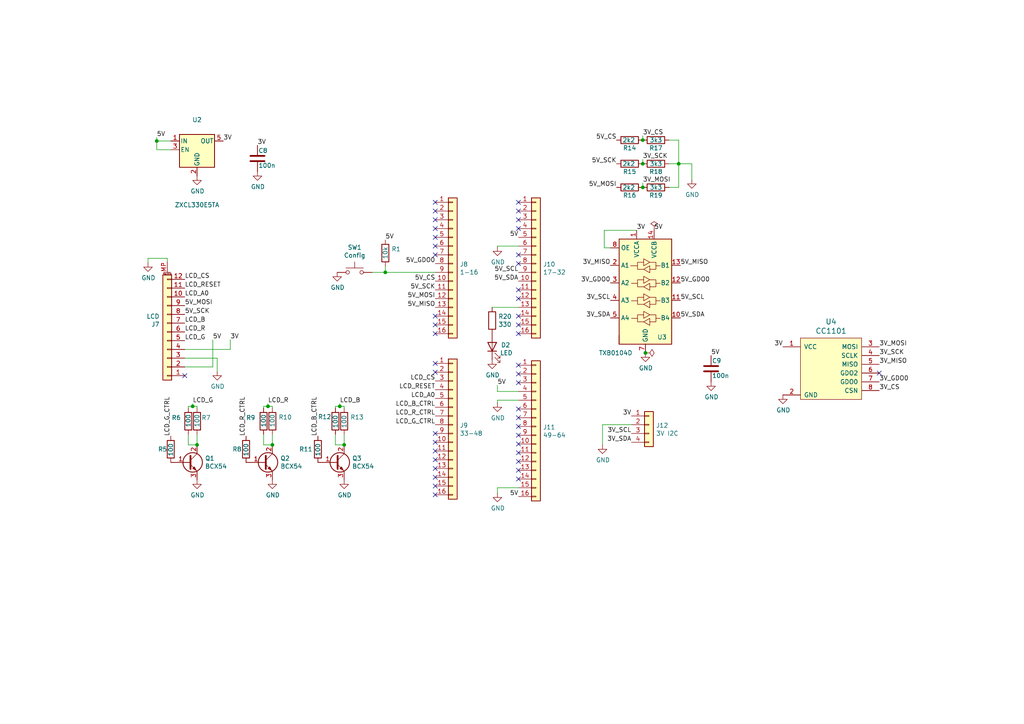
<source format=kicad_sch>
(kicad_sch (version 20231120) (generator "eeschema") (generator_version "8.0")
  (paper "A4")
  (lib_symbols
    (symbol "ATmega128_Breakout_Board_CC1101_HAT-rescue:GND-power" (power) (pin_names (offset 0))
      (property "Value" "power_GND" (at 0 -3.81 0))
      (symbol "GND-power_0_1"
        (polyline (pts (xy 0 0) (xy 0 -1.27) (xy 1.27 -1.27) (xy 0 -2.54) (xy -1.27 -1.27) (xy 0 -1.27)))
      )
      (symbol "GND-power_1_1"
        (pin power_in line (at 0 0 270) (length 0) hide (name "GND") (number "1"))
      )
    )
    (symbol "ATmega128_Breakout_Board_CC1101_HAT-rescue:PWR_FLAG-power" (power) (pin_numbers hide) (pin_names (offset 0) hide)
      (property "Value" "power_PWR_FLAG" (at 0 3.81 0))
      (symbol "PWR_FLAG-power_0_0"
        (pin power_out line (at 0 0 90) (length 0) (name "pwr") (number "1"))
      )
      (symbol "PWR_FLAG-power_0_1"
        (polyline (pts (xy 0 0) (xy 0 1.27) (xy -1.016 1.905) (xy 0 2.54) (xy 1.016 1.905) (xy 0 1.27)))
      )
    )
    (symbol "ATmega128_Breakout_Board_CC1101_HAT-rescue:TXB0104D-Logic_LevelTranslator"
      (property "Reference" "U" (at -6.35 16.51 0))
      (property "Value" "Logic_LevelTranslator_TXB0104D" (at 3.81 16.51 0))
      (symbol "TXB0104D-Logic_LevelTranslator_0_1"
        (rectangle (start -7.62 -15.24) (end -7.62 -12.7) (stroke (width 0.254)))
        (rectangle (start -7.62 15.24) (end 7.62 -15.24) (stroke (width 0.254)) (fill (type background)))
        (polyline (pts (xy -2.286 -7.747) (xy -2.286 -6.731) (xy -0.508 -6.731)))
        (polyline (pts (xy -2.286 -2.667) (xy -2.286 -1.651) (xy -0.508 -1.651)))
        (polyline (pts (xy -2.286 2.413) (xy -2.286 3.429) (xy -0.508 3.429)))
        (polyline (pts (xy -2.286 7.493) (xy -2.286 8.509) (xy -0.508 8.509)))
        (polyline (pts (xy 3.048 -7.747) (xy 3.048 -8.763) (xy 1.27 -8.763)))
        (polyline (pts (xy 3.048 -2.667) (xy 3.048 -3.683) (xy 1.27 -3.683)))
        (polyline (pts (xy 3.048 2.413) (xy 3.048 1.397) (xy 1.27 1.397)))
        (polyline (pts (xy 3.048 7.493) (xy 3.048 6.477) (xy 1.27 6.477)))
        (polyline (pts (xy -0.508 -8.763) (xy -2.286 -8.763) (xy -2.286 -7.747) (xy -4.064 -7.747)))
        (polyline (pts (xy -0.508 -8.763) (xy 1.27 -7.747) (xy 1.27 -9.779) (xy -0.508 -8.763)))
        (polyline (pts (xy -0.508 -3.683) (xy -2.286 -3.683) (xy -2.286 -2.667) (xy -4.064 -2.667)))
        (polyline (pts (xy -0.508 -3.683) (xy 1.27 -2.667) (xy 1.27 -4.699) (xy -0.508 -3.683)))
        (polyline (pts (xy -0.508 1.397) (xy -2.286 1.397) (xy -2.286 2.413) (xy -4.064 2.413)))
        (polyline (pts (xy -0.508 1.397) (xy 1.27 2.413) (xy 1.27 0.381) (xy -0.508 1.397)))
        (polyline (pts (xy -0.508 6.477) (xy -2.286 6.477) (xy -2.286 7.493) (xy -4.318 7.493)))
        (polyline (pts (xy -0.508 6.477) (xy 1.27 7.493) (xy 1.27 5.461) (xy -0.508 6.477)))
        (polyline (pts (xy 1.27 -6.731) (xy -0.508 -7.747) (xy -0.508 -5.715) (xy 1.27 -6.731)))
        (polyline (pts (xy 1.27 -6.731) (xy 3.048 -6.731) (xy 3.048 -7.747) (xy 4.318 -7.747)))
        (polyline (pts (xy 1.27 -1.651) (xy -0.508 -2.667) (xy -0.508 -0.635) (xy 1.27 -1.651)))
        (polyline (pts (xy 1.27 -1.651) (xy 3.048 -1.651) (xy 3.048 -2.667) (xy 4.318 -2.667)))
        (polyline (pts (xy 1.27 3.429) (xy -0.508 2.413) (xy -0.508 4.445) (xy 1.27 3.429)))
        (polyline (pts (xy 1.27 3.429) (xy 3.048 3.429) (xy 3.048 2.413) (xy 4.318 2.413)))
        (polyline (pts (xy 1.27 8.509) (xy -0.508 7.493) (xy -0.508 9.525) (xy 1.27 8.509)))
        (polyline (pts (xy 1.27 8.509) (xy 3.048 8.509) (xy 3.048 7.493) (xy 4.318 7.493)))
      )
      (symbol "TXB0104D-Logic_LevelTranslator_1_1"
        (pin power_in line (at -2.54 17.78 270) (length 2.54) (name "VCCA") (number "1"))
        (pin bidirectional line (at 10.16 -7.62 180) (length 2.54) (name "B4") (number "10"))
        (pin bidirectional line (at 10.16 -2.54 180) (length 2.54) (name "B3") (number "11"))
        (pin bidirectional line (at 10.16 2.54 180) (length 2.54) (name "B2") (number "12"))
        (pin bidirectional line (at 10.16 7.62 180) (length 2.54) (name "B1") (number "13"))
        (pin power_in line (at 2.54 17.78 270) (length 2.54) (name "VCCB") (number "14"))
        (pin bidirectional line (at -10.16 7.62 0) (length 2.54) (name "A1") (number "2"))
        (pin bidirectional line (at -10.16 2.54 0) (length 2.54) (name "A2") (number "3"))
        (pin bidirectional line (at -10.16 -2.54 0) (length 2.54) (name "A3") (number "4"))
        (pin bidirectional line (at -10.16 -7.62 0) (length 2.54) (name "A4") (number "5"))
        (pin no_connect line (at -10.16 -12.7 0) (length 2.54) hide (name "NC") (number "6"))
        (pin power_in line (at 0 -17.78 90) (length 2.54) (name "GND") (number "7"))
        (pin input line (at -10.16 12.7 0) (length 2.54) (name "OE") (number "8"))
        (pin no_connect line (at 10.16 -12.7 180) (length 2.54) hide (name "NC") (number "9"))
      )
    )
    (symbol "Connector_Generic:Conn_01x04" (pin_names (offset 1.016) hide)
      (property "Reference" "J" (at 0 5.08 0))
      (property "Value" "Conn_01x04" (at 0 -7.62 0))
      (symbol "Conn_01x04_1_1"
        (rectangle (start -1.27 -4.953) (end 0 -5.207) (stroke (width 0.1524)))
        (rectangle (start -1.27 -2.413) (end 0 -2.667) (stroke (width 0.1524)))
        (rectangle (start -1.27 0.127) (end 0 -0.127) (stroke (width 0.1524)))
        (rectangle (start -1.27 2.667) (end 0 2.413) (stroke (width 0.1524)))
        (rectangle (start -1.27 3.81) (end 1.27 -6.35) (stroke (width 0.254)) (fill (type background)))
        (pin passive line (at -5.08 2.54 0) (length 3.81) (name "Pin_1") (number "1"))
        (pin passive line (at -5.08 0 0) (length 3.81) (name "Pin_2") (number "2"))
        (pin passive line (at -5.08 -2.54 0) (length 3.81) (name "Pin_3") (number "3"))
        (pin passive line (at -5.08 -5.08 0) (length 3.81) (name "Pin_4") (number "4"))
      )
    )
    (symbol "Connector_Generic:Conn_01x16" (pin_names (offset 1.016) hide)
      (property "Reference" "J" (at 0 20.32 0))
      (property "Value" "Conn_01x16" (at 0 -22.86 0))
      (symbol "Conn_01x16_1_1"
        (rectangle (start -1.27 -20.193) (end 0 -20.447) (stroke (width 0.1524)))
        (rectangle (start -1.27 -17.653) (end 0 -17.907) (stroke (width 0.1524)))
        (rectangle (start -1.27 -15.113) (end 0 -15.367) (stroke (width 0.1524)))
        (rectangle (start -1.27 -12.573) (end 0 -12.827) (stroke (width 0.1524)))
        (rectangle (start -1.27 -10.033) (end 0 -10.287) (stroke (width 0.1524)))
        (rectangle (start -1.27 -7.493) (end 0 -7.747) (stroke (width 0.1524)))
        (rectangle (start -1.27 -4.953) (end 0 -5.207) (stroke (width 0.1524)))
        (rectangle (start -1.27 -2.413) (end 0 -2.667) (stroke (width 0.1524)))
        (rectangle (start -1.27 0.127) (end 0 -0.127) (stroke (width 0.1524)))
        (rectangle (start -1.27 2.667) (end 0 2.413) (stroke (width 0.1524)))
        (rectangle (start -1.27 5.207) (end 0 4.953) (stroke (width 0.1524)))
        (rectangle (start -1.27 7.747) (end 0 7.493) (stroke (width 0.1524)))
        (rectangle (start -1.27 10.287) (end 0 10.033) (stroke (width 0.1524)))
        (rectangle (start -1.27 12.827) (end 0 12.573) (stroke (width 0.1524)))
        (rectangle (start -1.27 15.367) (end 0 15.113) (stroke (width 0.1524)))
        (rectangle (start -1.27 17.907) (end 0 17.653) (stroke (width 0.1524)))
        (rectangle (start -1.27 19.05) (end 1.27 -21.59) (stroke (width 0.254)) (fill (type background)))
        (pin passive line (at -5.08 17.78 0) (length 3.81) (name "Pin_1") (number "1"))
        (pin passive line (at -5.08 -5.08 0) (length 3.81) (name "Pin_10") (number "10"))
        (pin passive line (at -5.08 -7.62 0) (length 3.81) (name "Pin_11") (number "11"))
        (pin passive line (at -5.08 -10.16 0) (length 3.81) (name "Pin_12") (number "12"))
        (pin passive line (at -5.08 -12.7 0) (length 3.81) (name "Pin_13") (number "13"))
        (pin passive line (at -5.08 -15.24 0) (length 3.81) (name "Pin_14") (number "14"))
        (pin passive line (at -5.08 -17.78 0) (length 3.81) (name "Pin_15") (number "15"))
        (pin passive line (at -5.08 -20.32 0) (length 3.81) (name "Pin_16") (number "16"))
        (pin passive line (at -5.08 15.24 0) (length 3.81) (name "Pin_2") (number "2"))
        (pin passive line (at -5.08 12.7 0) (length 3.81) (name "Pin_3") (number "3"))
        (pin passive line (at -5.08 10.16 0) (length 3.81) (name "Pin_4") (number "4"))
        (pin passive line (at -5.08 7.62 0) (length 3.81) (name "Pin_5") (number "5"))
        (pin passive line (at -5.08 5.08 0) (length 3.81) (name "Pin_6") (number "6"))
        (pin passive line (at -5.08 2.54 0) (length 3.81) (name "Pin_7") (number "7"))
        (pin passive line (at -5.08 0 0) (length 3.81) (name "Pin_8") (number "8"))
        (pin passive line (at -5.08 -2.54 0) (length 3.81) (name "Pin_9") (number "9"))
      )
    )
    (symbol "Connector_Generic_MountingPin:Conn_01x12_MountingPin" (pin_names (offset 1.016) hide)
      (property "Reference" "J" (at 0 15.24 0))
      (property "Value" "Conn_01x12_MountingPin" (at 1.27 -17.78 0))
      (symbol "Conn_01x12_MountingPin_1_1"
        (rectangle (start -1.27 -15.113) (end 0 -15.367) (stroke (width 0.1524)))
        (rectangle (start -1.27 -12.573) (end 0 -12.827) (stroke (width 0.1524)))
        (rectangle (start -1.27 -10.033) (end 0 -10.287) (stroke (width 0.1524)))
        (rectangle (start -1.27 -7.493) (end 0 -7.747) (stroke (width 0.1524)))
        (rectangle (start -1.27 -4.953) (end 0 -5.207) (stroke (width 0.1524)))
        (rectangle (start -1.27 -2.413) (end 0 -2.667) (stroke (width 0.1524)))
        (rectangle (start -1.27 0.127) (end 0 -0.127) (stroke (width 0.1524)))
        (rectangle (start -1.27 2.667) (end 0 2.413) (stroke (width 0.1524)))
        (rectangle (start -1.27 5.207) (end 0 4.953) (stroke (width 0.1524)))
        (rectangle (start -1.27 7.747) (end 0 7.493) (stroke (width 0.1524)))
        (rectangle (start -1.27 10.287) (end 0 10.033) (stroke (width 0.1524)))
        (rectangle (start -1.27 12.827) (end 0 12.573) (stroke (width 0.1524)))
        (rectangle (start -1.27 13.97) (end 1.27 -16.51) (stroke (width 0.254)) (fill (type background)))
        (polyline (pts (xy -1.016 -17.272) (xy 1.016 -17.272)) (stroke (width 0.1524)))
        (text "Mounting" (at 0 -16.891 0) (effects (font (size 0.381 0.381))))
        (pin passive line (at -5.08 12.7 0) (length 3.81) (name "Pin_1") (number "1"))
        (pin passive line (at -5.08 -10.16 0) (length 3.81) (name "Pin_10") (number "10"))
        (pin passive line (at -5.08 -12.7 0) (length 3.81) (name "Pin_11") (number "11"))
        (pin passive line (at -5.08 -15.24 0) (length 3.81) (name "Pin_12") (number "12"))
        (pin passive line (at -5.08 10.16 0) (length 3.81) (name "Pin_2") (number "2"))
        (pin passive line (at -5.08 7.62 0) (length 3.81) (name "Pin_3") (number "3"))
        (pin passive line (at -5.08 5.08 0) (length 3.81) (name "Pin_4") (number "4"))
        (pin passive line (at -5.08 2.54 0) (length 3.81) (name "Pin_5") (number "5"))
        (pin passive line (at -5.08 0 0) (length 3.81) (name "Pin_6") (number "6"))
        (pin passive line (at -5.08 -2.54 0) (length 3.81) (name "Pin_7") (number "7"))
        (pin passive line (at -5.08 -5.08 0) (length 3.81) (name "Pin_8") (number "8"))
        (pin passive line (at -5.08 -7.62 0) (length 3.81) (name "Pin_9") (number "9"))
        (pin passive line (at 0 -20.32 90) (length 3.048) (name "MountPin") (number "MP"))
      )
    )
    (symbol "Device:C" (pin_numbers hide) (pin_names (offset 0.254))
      (property "Reference" "C" (at 0.635 2.54 0))
      (property "Value" "C" (at 0.635 -2.54 0))
      (symbol "C_0_1"
        (polyline (pts (xy -2.032 -0.762) (xy 2.032 -0.762)) (stroke (width 0.508)))
        (polyline (pts (xy -2.032 0.762) (xy 2.032 0.762)) (stroke (width 0.508)))
      )
      (symbol "C_1_1"
        (pin passive line (at 0 3.81 270) (length 2.794) (name "~") (number "1"))
        (pin passive line (at 0 -3.81 90) (length 2.794) (name "~") (number "2"))
      )
    )
    (symbol "Device:LED" (pin_numbers hide) (pin_names (offset 1.016) hide)
      (property "Reference" "D" (at 0 2.54 0))
      (property "Value" "LED" (at 0 -2.54 0))
      (symbol "LED_0_1"
        (polyline (pts (xy -1.27 -1.27) (xy -1.27 1.27)) (stroke (width 0.254)))
        (polyline (pts (xy -1.27 0) (xy 1.27 0)))
        (polyline (pts (xy 1.27 -1.27) (xy 1.27 1.27) (xy -1.27 0) (xy 1.27 -1.27)) (stroke (width 0.254)))
        (polyline (pts (xy -3.048 -0.762) (xy -4.572 -2.286) (xy -3.81 -2.286) (xy -4.572 -2.286) (xy -4.572 -1.524)))
        (polyline (pts (xy -1.778 -0.762) (xy -3.302 -2.286) (xy -2.54 -2.286) (xy -3.302 -2.286) (xy -3.302 -1.524)))
      )
      (symbol "LED_1_1"
        (pin passive line (at -3.81 0 0) (length 2.54) (name "K") (number "1"))
        (pin passive line (at 3.81 0 180) (length 2.54) (name "A") (number "2"))
      )
    )
    (symbol "Device:R" (pin_numbers hide) (pin_names (offset 0))
      (property "Reference" "R" (at 2.032 0 90))
      (property "Value" "R" (at 0 0 90))
      (symbol "R_0_1"
        (rectangle (start -1.016 -2.54) (end 1.016 2.54) (stroke (width 0.254)))
      )
      (symbol "R_1_1"
        (pin passive line (at 0 3.81 270) (length 1.27) (name "~") (number "1"))
        (pin passive line (at 0 -3.81 90) (length 1.27) (name "~") (number "2"))
      )
    )
    (symbol "Regulator_Linear:TLV71310PDBV" (pin_names (offset 0.254))
      (property "Reference" "U" (at -3.81 5.715 0))
      (property "Value" "TLV71310PDBV" (at 0 5.715 0))
      (symbol "TLV71310PDBV_0_1"
        (rectangle (start -5.08 4.445) (end 5.08 -5.08) (stroke (width 0.254)) (fill (type background)))
      )
      (symbol "TLV71310PDBV_1_1"
        (pin power_in line (at -7.62 2.54 0) (length 2.54) (name "IN") (number "1"))
        (pin power_in line (at 0 -7.62 90) (length 2.54) (name "GND") (number "2"))
        (pin input line (at -7.62 0 0) (length 2.54) (name "EN") (number "3"))
        (pin no_connect line (at 5.08 0 180) (length 2.54) hide (name "NC") (number "4"))
        (pin power_out line (at 7.62 2.54 180) (length 2.54) (name "OUT") (number "5"))
      )
    )
    (symbol "Switch:SW_Push" (pin_numbers hide) (pin_names (offset 1.016) hide)
      (property "Reference" "SW" (at 1.27 2.54 0))
      (property "Value" "SW_Push" (at 0 -1.524 0))
      (symbol "SW_Push_0_1"
        (circle (center -2.032 0) (radius 0.508))
        (polyline (pts (xy 0 1.27) (xy 0 3.048)))
        (polyline (pts (xy 2.54 1.27) (xy -2.54 1.27)))
        (circle (center 2.032 0) (radius 0.508))
        (pin passive line (at -5.08 0 0) (length 2.54) (name "1") (number "1"))
        (pin passive line (at 5.08 0 180) (length 2.54) (name "2") (number "2"))
      )
    )
    (symbol "Transistor_BJT:BCX56" (pin_names (offset 0) hide)
      (property "Reference" "Q" (at 5.08 1.905 0))
      (property "Value" "BCX56" (at 5.08 0 0))
      (symbol "BCX56_0_1"
        (polyline (pts (xy 0.635 0.635) (xy 2.54 2.54)))
        (polyline (pts (xy 0.635 -0.635) (xy 2.54 -2.54) (xy 2.54 -2.54)))
        (polyline (pts (xy 0.635 1.905) (xy 0.635 -1.905) (xy 0.635 -1.905)) (stroke (width 0.508)))
        (polyline (pts (xy 1.27 -1.778) (xy 1.778 -1.27) (xy 2.286 -2.286) (xy 1.27 -1.778) (xy 1.27 -1.778)) (fill (type outline)))
        (circle (center 1.27 0) (radius 2.8194) (stroke (width 0.254)))
      )
      (symbol "BCX56_1_1"
        (pin input line (at -5.08 0 0) (length 5.715) (name "B") (number "1"))
        (pin passive line (at 2.54 5.08 270) (length 2.54) (name "C") (number "2"))
        (pin passive line (at 2.54 -5.08 90) (length 2.54) (name "E") (number "3"))
      )
    )
    (symbol "cc1101:CC1101" (pin_names (offset 1.016))
      (property "Reference" "U" (at -1.27 17.78 0))
      (property "Value" "CC1101" (at 10.16 -2.54 0))
      (symbol "CC1101_0_1"
        (rectangle (start -2.54 16.51) (end 15.24 -1.27) (fill (type background)))
      )
      (symbol "CC1101_1_1"
        (pin power_in line (at -7.62 13.97 0) (length 5.08) (name "VCC") (number "1"))
        (pin power_in line (at -7.62 0 0) (length 5.08) (name "GND") (number "2"))
        (pin input line (at 20.32 13.97 180) (length 5.08) (name "MOSI") (number "3"))
        (pin input line (at 20.32 11.43 180) (length 5.08) (name "SCLK") (number "4"))
        (pin output line (at 20.32 8.89 180) (length 5.08) (name "MISO") (number "5"))
        (pin output line (at 20.32 6.35 180) (length 5.08) (name "GDO2") (number "6"))
        (pin output line (at 20.32 3.81 180) (length 5.08) (name "GDO0") (number "7"))
        (pin input line (at 20.32 1.27 180) (length 5.08) (name "CSN") (number "8"))
      )
    )
  )
  (junction (at 98.552 117.856))
  (junction (at 77.724 117.856))
  (junction (at 186.436 47.498))
  (junction (at 187.198 102.362))
  (junction (at 99.822 129.032))
  (junction (at 111.76 78.994))
  (junction (at 186.436 40.64))
  (junction (at 45.466 40.894))
  (junction (at 196.85 47.498))
  (junction (at 57.15 129.032))
  (junction (at 55.88 117.856))
  (junction (at 78.994 129.032))
  (junction (at 186.436 54.356))
  (no_connect (at 126.238 68.834))
  (no_connect (at 150.368 121.158))
  (no_connect (at 126.238 143.51))
  (no_connect (at 150.368 108.458))
  (no_connect (at 150.368 123.698))
  (no_connect (at 150.368 91.694))
  (no_connect (at 126.238 73.914))
  (no_connect (at 150.368 118.618))
  (no_connect (at 126.238 107.95))
  (no_connect (at 150.368 63.754))
  (no_connect (at 150.368 86.614))
  (no_connect (at 126.238 133.35))
  (no_connect (at 126.238 94.234))
  (no_connect (at 126.238 135.89))
  (no_connect (at 126.238 125.73))
  (no_connect (at 126.238 61.214))
  (no_connect (at 150.368 131.318))
  (no_connect (at 150.368 76.454))
  (no_connect (at 150.368 73.914))
  (no_connect (at 126.238 58.674))
  (no_connect (at 150.368 138.938))
  (no_connect (at 53.594 108.966))
  (no_connect (at 126.238 71.374))
  (no_connect (at 126.238 66.294))
  (no_connect (at 150.368 94.234))
  (no_connect (at 255.016 108.204))
  (no_connect (at 126.238 91.694))
  (no_connect (at 150.368 96.774))
  (no_connect (at 126.238 105.41))
  (no_connect (at 150.368 128.778))
  (no_connect (at 126.238 96.774))
  (no_connect (at 150.368 105.918))
  (no_connect (at 150.368 66.294))
  (no_connect (at 126.238 130.81))
  (no_connect (at 150.368 136.398))
  (no_connect (at 126.238 140.97))
  (no_connect (at 126.238 63.754))
  (no_connect (at 150.368 110.998))
  (no_connect (at 126.238 138.43))
  (no_connect (at 126.238 128.27))
  (no_connect (at 150.368 133.858))
  (no_connect (at 150.368 58.674))
  (no_connect (at 150.368 84.074))
  (no_connect (at 150.368 61.214))
  (no_connect (at 150.368 126.238))
  (wire (pts (xy 196.85 47.498) (xy 196.85 40.64)))
  (wire (pts (xy 54.61 129.032) (xy 57.15 129.032)))
  (wire (pts (xy 61.722 106.426) (xy 61.722 98.552)))
  (wire (pts (xy 144.272 116.078) (xy 150.368 116.078)))
  (wire (pts (xy 54.61 117.856) (xy 55.88 117.856)))
  (wire (pts (xy 54.61 117.856) (xy 54.61 118.364)))
  (wire (pts (xy 53.594 106.426) (xy 61.722 106.426)))
  (wire (pts (xy 55.88 117.856) (xy 57.15 117.856)))
  (wire (pts (xy 45.466 43.434) (xy 45.466 40.894)))
  (wire (pts (xy 77.724 117.856) (xy 76.454 117.856)))
  (wire (pts (xy 98.552 117.094) (xy 98.552 117.856)))
  (wire (pts (xy 77.724 117.094) (xy 77.724 117.856)))
  (wire (pts (xy 186.436 40.64) (xy 186.436 39.37)))
  (wire (pts (xy 144.272 71.374) (xy 150.368 71.374)))
  (wire (pts (xy 76.454 129.032) (xy 78.994 129.032)))
  (wire (pts (xy 45.466 40.894) (xy 49.53 40.894)))
  (wire (pts (xy 42.926 74.93) (xy 42.926 76.2)))
  (wire (pts (xy 76.454 125.984) (xy 76.454 129.032)))
  (wire (pts (xy 99.822 125.984) (xy 99.822 129.032)))
  (wire (pts (xy 144.272 141.478) (xy 150.368 141.478)))
  (wire (pts (xy 175.26 71.882) (xy 177.038 71.882)))
  (wire (pts (xy 144.272 113.538) (xy 144.272 111.76)))
  (wire (pts (xy 196.85 47.498) (xy 194.056 47.498)))
  (wire (pts (xy 99.822 118.364) (xy 99.822 117.856)))
  (wire (pts (xy 196.85 54.356) (xy 196.85 47.498)))
  (wire (pts (xy 175.26 66.802) (xy 175.26 71.882)))
  (wire (pts (xy 48.514 74.93) (xy 42.926 74.93)))
  (wire (pts (xy 144.272 143.002) (xy 144.272 141.478)))
  (wire (pts (xy 78.994 125.984) (xy 78.994 129.032)))
  (wire (pts (xy 184.658 66.802) (xy 175.26 66.802)))
  (wire (pts (xy 111.76 77.216) (xy 111.76 78.994)))
  (wire (pts (xy 142.748 89.154) (xy 150.368 89.154)))
  (wire (pts (xy 107.95 78.994) (xy 111.76 78.994)))
  (wire (pts (xy 144.272 116.84) (xy 144.272 116.078)))
  (wire (pts (xy 53.594 101.346) (xy 66.802 101.346)))
  (wire (pts (xy 78.994 118.364) (xy 78.994 117.856)))
  (wire (pts (xy 194.056 40.64) (xy 196.85 40.64)))
  (wire (pts (xy 55.88 117.094) (xy 55.88 117.856)))
  (wire (pts (xy 49.53 43.434) (xy 45.466 43.434)))
  (wire (pts (xy 186.436 53.086) (xy 186.436 54.356)))
  (wire (pts (xy 78.994 117.856) (xy 77.724 117.856)))
  (wire (pts (xy 53.594 103.886) (xy 62.992 103.886)))
  (wire (pts (xy 97.282 129.032) (xy 99.822 129.032)))
  (wire (pts (xy 57.15 118.364) (xy 57.15 117.856)))
  (wire (pts (xy 62.992 103.886) (xy 62.992 107.696)))
  (wire (pts (xy 183.134 123.19) (xy 174.752 123.19)))
  (wire (pts (xy 194.056 54.356) (xy 196.85 54.356)))
  (wire (pts (xy 186.436 46.228) (xy 186.436 47.498)))
  (wire (pts (xy 196.85 47.498) (xy 200.66 47.498)))
  (wire (pts (xy 144.272 71.628) (xy 144.272 71.374)))
  (wire (pts (xy 66.802 101.346) (xy 66.802 98.552)))
  (wire (pts (xy 48.514 75.946) (xy 48.514 74.93)))
  (wire (pts (xy 54.61 125.984) (xy 54.61 129.032)))
  (wire (pts (xy 57.15 125.984) (xy 57.15 129.032)))
  (wire (pts (xy 99.822 117.856) (xy 98.552 117.856)))
  (wire (pts (xy 97.282 125.984) (xy 97.282 129.032)))
  (wire (pts (xy 98.552 117.856) (xy 97.282 117.856)))
  (wire (pts (xy 200.66 47.498) (xy 200.66 52.07)))
  (wire (pts (xy 45.466 39.878) (xy 45.466 40.894)))
  (wire (pts (xy 76.454 117.856) (xy 76.454 118.364)))
  (wire (pts (xy 174.752 123.19) (xy 174.752 129.032)))
  (wire (pts (xy 97.282 117.856) (xy 97.282 118.364)))
  (wire (pts (xy 111.76 78.994) (xy 126.238 78.994)))
  (wire (pts (xy 150.368 113.538) (xy 144.272 113.538)))
  (label "LCD_G_CTRL" (at 126.238 123.19 180))
  (label "5V_MISO" (at 197.358 76.962 0))
  (label "5V_GDO0" (at 126.238 76.454 180))
  (label "LCD_B" (at 98.552 117.094 0))
  (label "5V" (at 189.738 66.802 0))
  (label "5V" (at 150.368 144.018 180))
  (label "LCD_R_CTRL" (at 126.238 120.65 180))
  (label "5V_SCK" (at 126.238 84.074 180))
  (label "3V_SCK" (at 186.436 46.228 0))
  (label "3V" (at 66.802 98.552 0))
  (label "5V_SCK" (at 178.816 47.498 180))
  (label "LCD_A0" (at 126.238 115.57 180))
  (label "5V_MOSI" (at 53.594 88.646 0))
  (label "5V_CS" (at 178.816 40.64 180))
  (label "LCD_CS" (at 53.594 81.026 0))
  (label "LCD_R" (at 53.594 96.266 0))
  (label "3V" (at 74.676 42.164 0))
  (label "3V_SCL" (at 177.038 87.122 180))
  (label "LCD_G_CTRL" (at 49.53 126.492 90))
  (label "5V_SDA" (at 197.358 92.202 0))
  (label "3V_CS" (at 186.436 39.37 0))
  (label "5V_SCL" (at 150.368 78.994 180))
  (label "5V" (at 150.368 68.834 180))
  (label "LCD_B" (at 53.594 93.726 0))
  (label "5V_SCK" (at 53.594 91.186 0))
  (label "5V" (at 111.76 69.596 0))
  (label "LCD_R_CTRL" (at 71.374 126.492 90))
  (label "3V_MISO" (at 255.016 105.664 0))
  (label "LCD_RESET" (at 126.238 113.03 180))
  (label "LCD_G" (at 55.88 117.094 0))
  (label "5V" (at 61.722 98.552 0))
  (label "3V" (at 227.076 100.584 180))
  (label "5V" (at 45.466 39.878 0))
  (label "3V" (at 183.134 120.65 180))
  (label "3V" (at 184.658 66.802 0))
  (label "LCD_R" (at 77.724 117.094 0))
  (label "5V_GDO0" (at 197.358 82.042 0))
  (label "LCD_B_CTRL" (at 92.202 126.492 90))
  (label "5V_MISO" (at 126.238 89.154 180))
  (label "5V_MOSI" (at 126.238 86.614 180))
  (label "3V_SCK" (at 255.016 103.124 0))
  (label "3V_CS" (at 255.016 113.284 0))
  (label "LCD_CS" (at 126.238 110.49 180))
  (label "3V_MISO" (at 177.038 76.962 180))
  (label "LCD_A0" (at 53.594 86.106 0))
  (label "3V_MOSI" (at 186.436 53.086 0))
  (label "5V_SCL" (at 197.358 87.122 0))
  (label "3V_GDO0" (at 255.016 110.744 0))
  (label "5V_CS" (at 126.238 81.534 180))
  (label "3V_MOSI" (at 255.016 100.584 0))
  (label "5V" (at 206.248 103.124 0))
  (label "3V" (at 64.77 40.894 0))
  (label "3V_SDA" (at 183.134 128.27 180))
  (label "LCD_B_CTRL" (at 126.238 118.11 180))
  (label "3V_SDA" (at 177.038 92.202 180))
  (label "3V_SCL" (at 183.134 125.73 180))
  (label "5V" (at 144.272 111.76 0))
  (label "LCD_RESET" (at 53.594 83.566 0))
  (label "LCD_G" (at 53.594 98.806 0))
  (label "5V_MOSI" (at 178.816 54.356 180))
  (label "3V_GDO0" (at 177.038 82.042 180))
  (label "5V_SDA" (at 150.368 81.534 180))
  (symbol (lib_id "ATmega128_Breakout_Board_CC1101_HAT-rescue:GND-power") (at 200.66 52.07 0) (unit 1)
    (property "Reference" "#PWR0101" (effects (hide yes)))
    (property "Value" "GND" (at 200.787 56.4642 0))
  )
  (symbol (lib_id "ATmega128_Breakout_Board_CC1101_HAT-rescue:GND-power") (at 97.79 78.994 0) (unit 1)
    (property "Reference" "#PWR0102" (effects (hide yes)))
    (property "Value" "GND" (at 97.917 83.3882 0))
  )
  (symbol (lib_id "ATmega128_Breakout_Board_CC1101_HAT-rescue:GND-power") (at 206.248 110.744 0) (unit 1)
    (property "Reference" "#PWR0103" (effects (hide yes)))
    (property "Value" "GND" (at 206.375 115.1382 0))
  )
  (symbol (lib_id "ATmega128_Breakout_Board_CC1101_HAT-rescue:GND-power") (at 174.752 129.032 0) (unit 1)
    (property "Reference" "#PWR0104" (effects (hide yes)))
    (property "Value" "GND" (at 174.879 133.4262 0))
  )
  (symbol (lib_id "ATmega128_Breakout_Board_CC1101_HAT-rescue:GND-power") (at 227.076 114.554 0) (unit 1)
    (property "Reference" "#PWR0105" (effects (hide yes)))
    (property "Value" "GND" (at 227.203 118.9482 0))
  )
  (symbol (lib_id "ATmega128_Breakout_Board_CC1101_HAT-rescue:GND-power") (at 144.272 71.628 0) (unit 1)
    (property "Reference" "#PWR0106" (effects (hide yes)))
    (property "Value" "GND" (at 144.399 76.0222 0))
  )
  (symbol (lib_id "ATmega128_Breakout_Board_CC1101_HAT-rescue:GND-power") (at 142.748 104.394 0) (unit 1)
    (property "Reference" "#PWR0107" (effects (hide yes)))
    (property "Value" "GND" (at 142.875 108.7882 0))
  )
  (symbol (lib_id "ATmega128_Breakout_Board_CC1101_HAT-rescue:GND-power") (at 144.272 116.84 0) (unit 1)
    (property "Reference" "#PWR0108" (effects (hide yes)))
    (property "Value" "GND" (at 144.399 121.2342 0))
  )
  (symbol (lib_id "ATmega128_Breakout_Board_CC1101_HAT-rescue:GND-power") (at 144.272 143.002 0) (unit 1)
    (property "Reference" "#PWR0109" (effects (hide yes)))
    (property "Value" "GND" (at 144.399 147.3962 0))
  )
  (symbol (lib_id "ATmega128_Breakout_Board_CC1101_HAT-rescue:GND-power") (at 74.676 49.784 0) (unit 1)
    (property "Reference" "#PWR0110" (effects (hide yes)))
    (property "Value" "GND" (at 74.803 54.1782 0))
  )
  (symbol (lib_id "ATmega128_Breakout_Board_CC1101_HAT-rescue:GND-power") (at 57.15 51.054 0) (unit 1)
    (property "Reference" "#PWR0111" (effects (hide yes)))
    (property "Value" "GND" (at 57.277 55.4482 0))
  )
  (symbol (lib_id "Device:R") (at 142.748 92.964 0) (unit 1)
    (property "Reference" "R20" (at 144.526 91.7956 0) (effects (justify left)))
    (property "Value" "330" (at 144.526 94.107 0) (effects (justify left)))
    (property "Footprint" "Resistor_SMD:R_0805_2012Metric_Pad1.15x1.40mm_HandSolder" (effects (hide yes)))
  )
  (symbol (lib_id "Device:LED") (at 142.748 100.584 90) (unit 1)
    (property "Reference" "D2" (at 145.288 100.076 90) (effects (justify right)))
    (property "Value" "LED" (at 145.034 102.362 90) (effects (justify right)))
    (property "Footprint" "LED_SMD:LED_0805_2012Metric_Pad1.15x1.40mm_HandSolder" (effects (hide yes)))
  )
  (symbol (lib_id "ATmega128_Breakout_Board_CC1101_HAT-rescue:GND-power") (at 42.926 76.2 0) (unit 1)
    (property "Reference" "#PWR0112" (effects (hide yes)))
    (property "Value" "GND" (at 43.053 80.5942 0))
  )
  (symbol (lib_id "ATmega128_Breakout_Board_CC1101_HAT-rescue:GND-power") (at 62.992 107.696 0) (unit 1)
    (property "Reference" "#PWR0113" (effects (hide yes)))
    (property "Value" "GND" (at 63.119 112.0902 0))
  )
  (symbol (lib_id "ATmega128_Breakout_Board_CC1101_HAT-rescue:GND-power") (at 57.15 139.192 0) (unit 1)
    (property "Reference" "#PWR0114" (effects (hide yes)))
    (property "Value" "GND" (at 57.277 143.5862 0))
  )
  (symbol (lib_id "ATmega128_Breakout_Board_CC1101_HAT-rescue:GND-power") (at 78.994 139.192 0) (unit 1)
    (property "Reference" "#PWR0115" (effects (hide yes)))
    (property "Value" "GND" (at 79.121 143.5862 0))
  )
  (symbol (lib_id "ATmega128_Breakout_Board_CC1101_HAT-rescue:GND-power") (at 99.822 139.192 0) (unit 1)
    (property "Reference" "#PWR0116" (effects (hide yes)))
    (property "Value" "GND" (at 99.949 143.5862 0))
  )
  (symbol (lib_id "ATmega128_Breakout_Board_CC1101_HAT-rescue:GND-power") (at 187.198 102.362 0) (unit 1)
    (property "Reference" "#PWR0117" (effects (hide yes)))
    (property "Value" "GND" (at 187.325 106.7562 0))
  )
  (symbol (lib_id "Regulator_Linear:TLV71310PDBV") (at 57.15 43.434 0) (unit 1)
    (property "Reference" "U2" (at 57.15 34.7472 0))
    (property "Value" "ZXCL330E5TA" (at 57.15 59.436 0))
    (property "Footprint" "Package_TO_SOT_SMD:SOT-23-5" (effects (hide yes)))
    (property "Datasheet" "http://www.ti.com/lit/ds/symlink/tlv713p.pdf" (effects (hide yes)))
  )
  (symbol (lib_id "Device:C") (at 206.248 106.934 0) (unit 1)
    (property "Reference" "C9" (at 206.502 104.648 0) (effects (justify left)))
    (property "Value" "100n" (at 206.502 108.966 0) (effects (justify left)))
    (property "Footprint" "Capacitor_SMD:C_0805_2012Metric_Pad1.15x1.40mm_HandSolder" (effects (hide yes)))
  )
  (symbol (lib_id "Device:C") (at 74.676 45.974 0) (unit 1)
    (property "Reference" "C8" (at 74.93 43.688 0) (effects (justify left)))
    (property "Value" "100n" (at 74.93 48.006 0) (effects (justify left)))
    (property "Footprint" "Capacitor_SMD:C_0805_2012Metric_Pad1.15x1.40mm_HandSolder" (effects (hide yes)))
  )
  (symbol (lib_id "Device:R") (at 182.626 40.64 270) (unit 1)
    (property "Reference" "R14" (at 182.626 42.926 90))
    (property "Value" "2k2" (at 182.372 40.64 90))
    (property "Footprint" "Resistor_SMD:R_0805_2012Metric_Pad1.15x1.40mm_HandSolder" (effects (hide yes)))
  )
  (symbol (lib_id "Device:R") (at 190.246 40.64 270) (unit 1)
    (property "Reference" "R17" (at 190.246 42.926 90))
    (property "Value" "3k3" (at 190.246 40.64 90))
    (property "Footprint" "Resistor_SMD:R_0805_2012Metric_Pad1.15x1.40mm_HandSolder" (effects (hide yes)))
  )
  (symbol (lib_id "Device:R") (at 182.626 47.498 270) (unit 1)
    (property "Reference" "R15" (at 182.626 49.784 90))
    (property "Value" "2k2" (at 182.372 47.498 90))
    (property "Footprint" "Resistor_SMD:R_0805_2012Metric_Pad1.15x1.40mm_HandSolder" (effects (hide yes)))
  )
  (symbol (lib_id "Device:R") (at 182.626 54.356 270) (unit 1)
    (property "Reference" "R16" (at 182.626 56.642 90))
    (property "Value" "2k2" (at 182.372 54.356 90))
    (property "Footprint" "Resistor_SMD:R_0805_2012Metric_Pad1.15x1.40mm_HandSolder" (effects (hide yes)))
  )
  (symbol (lib_id "Device:R") (at 190.246 47.498 270) (unit 1)
    (property "Reference" "R18" (at 190.246 49.784 90))
    (property "Value" "3k3" (at 190.246 47.498 90))
    (property "Footprint" "Resistor_SMD:R_0805_2012Metric_Pad1.15x1.40mm_HandSolder" (effects (hide yes)))
  )
  (symbol (lib_id "Device:R") (at 190.246 54.356 270) (unit 1)
    (property "Reference" "R19" (at 190.246 56.642 90))
    (property "Value" "3k3" (at 190.246 54.356 90))
    (property "Footprint" "Resistor_SMD:R_0805_2012Metric_Pad1.15x1.40mm_HandSolder" (effects (hide yes)))
  )
  (symbol (lib_id "ATmega128_Breakout_Board_CC1101_HAT-rescue:TXB0104D-Logic_LevelTranslator") (at 187.198 84.582 0) (unit 1)
    (property "Reference" "U3" (at 192.024 97.79 0))
    (property "Value" "TXB0104D" (at 178.562 102.362 0))
    (property "Footprint" "Package_SO:TSSOP-14_4.4x5mm_P0.65mm" (effects (hide yes)))
    (property "Datasheet" "http://www.ti.com/lit/ds/symlink/txb0104.pdf" (effects (hide yes)))
  )
  (symbol (lib_id "Device:R") (at 92.202 130.302 180) (unit 1)
    (property "Reference" "R11" (at 90.678 130.302 0) (effects (justify left)))
    (property "Value" "100" (at 92.202 128.524 90) (effects (justify left)))
    (property "Footprint" "Resistor_SMD:R_0805_2012Metric_Pad1.15x1.40mm_HandSolder" (effects (hide yes)))
  )
  (symbol (lib_id "Device:R") (at 49.53 130.302 180) (unit 1)
    (property "Reference" "R5" (at 48.514 130.302 0) (effects (justify left)))
    (property "Value" "100" (at 49.53 128.524 90) (effects (justify left)))
    (property "Footprint" "Resistor_SMD:R_0805_2012Metric_Pad1.15x1.40mm_HandSolder" (effects (hide yes)))
  )
  (symbol (lib_id "Device:R") (at 71.374 130.302 180) (unit 1)
    (property "Reference" "R8" (at 70.104 130.302 0) (effects (justify left)))
    (property "Value" "100" (at 71.374 128.524 90) (effects (justify left)))
    (property "Footprint" "Resistor_SMD:R_0805_2012Metric_Pad1.15x1.40mm_HandSolder" (effects (hide yes)))
  )
  (symbol (lib_id "Device:R") (at 78.994 122.174 0) (unit 1)
    (property "Reference" "R10" (at 80.772 121.0056 0) (effects (justify left)))
    (property "Value" "100" (at 78.994 123.952 90) (effects (justify left)))
    (property "Footprint" "Resistor_SMD:R_0805_2012Metric_Pad1.15x1.40mm_HandSolder" (effects (hide yes)))
  )
  (symbol (lib_id "Device:R") (at 99.822 122.174 0) (unit 1)
    (property "Reference" "R13" (at 101.6 121.0056 0) (effects (justify left)))
    (property "Value" "100" (at 99.822 124.206 90) (effects (justify left)))
    (property "Footprint" "Resistor_SMD:R_0805_2012Metric_Pad1.15x1.40mm_HandSolder" (effects (hide yes)))
  )
  (symbol (lib_id "Device:R") (at 97.282 122.174 0) (unit 1)
    (property "Reference" "R12" (at 92.202 120.904 0) (effects (justify left)))
    (property "Value" "100" (at 97.282 124.206 90) (effects (justify left)))
    (property "Footprint" "Resistor_SMD:R_0805_2012Metric_Pad1.15x1.40mm_HandSolder" (effects (hide yes)))
  )
  (symbol (lib_id "Device:R") (at 76.454 122.174 0) (unit 1)
    (property "Reference" "R9" (at 71.374 121.158 0) (effects (justify left)))
    (property "Value" "100" (at 76.454 123.952 90) (effects (justify left)))
    (property "Footprint" "Resistor_SMD:R_0805_2012Metric_Pad1.15x1.40mm_HandSolder" (effects (hide yes)))
  )
  (symbol (lib_id "Device:R") (at 57.15 122.174 0) (unit 1)
    (property "Reference" "R7" (at 58.42 121.158 0) (effects (justify left)))
    (property "Value" "100" (at 57.15 123.952 90) (effects (justify left)))
    (property "Footprint" "Resistor_SMD:R_0805_2012Metric_Pad1.15x1.40mm_HandSolder" (effects (hide yes)))
  )
  (symbol (lib_id "Device:R") (at 54.61 122.174 0) (unit 1)
    (property "Reference" "R6" (at 49.784 121.158 0) (effects (justify left)))
    (property "Value" "100" (at 54.61 123.952 90) (effects (justify left)))
    (property "Footprint" "Resistor_SMD:R_0805_2012Metric_Pad1.15x1.40mm_HandSolder" (effects (hide yes)))
  )
  (symbol (lib_id "Transistor_BJT:BCX56") (at 76.454 134.112 0) (unit 1)
    (property "Reference" "Q2" (at 81.3054 132.9436 0) (effects (justify left)))
    (property "Value" "BCX54" (at 81.3054 135.255 0) (effects (justify left)))
    (property "Footprint" "Package_TO_SOT_SMD:SOT-89-3" (effects (hide yes)))
    (property "Datasheet" "http://cache.nxp.com/documents/data_sheet/BCP56_BCX56_BC56PA.pdf?pspll=1" (effects (hide yes)))
  )
  (symbol (lib_id "Transistor_BJT:BCX56") (at 54.61 134.112 0) (unit 1)
    (property "Reference" "Q1" (at 59.4614 132.9436 0) (effects (justify left)))
    (property "Value" "BCX54" (at 59.4614 135.255 0) (effects (justify left)))
    (property "Footprint" "Package_TO_SOT_SMD:SOT-89-3" (effects (hide yes)))
    (property "Datasheet" "http://cache.nxp.com/documents/data_sheet/BCP56_BCX56_BC56PA.pdf?pspll=1" (effects (hide yes)))
  )
  (symbol (lib_id "Transistor_BJT:BCX56") (at 97.282 134.112 0) (unit 1)
    (property "Reference" "Q3" (at 102.1334 132.9436 0) (effects (justify left)))
    (property "Value" "BCX54" (at 102.1334 135.255 0) (effects (justify left)))
    (property "Footprint" "Package_TO_SOT_SMD:SOT-89-3" (effects (hide yes)))
    (property "Datasheet" "http://cache.nxp.com/documents/data_sheet/BCP56_BCX56_BC56PA.pdf?pspll=1" (effects (hide yes)))
  )
  (symbol (lib_id "Connector_Generic_MountingPin:Conn_01x12_MountingPin") (at 48.514 96.266 180) (unit 1)
    (property "Reference" "J7" (at 46.2788 94.0816 0) (effects (justify left)))
    (property "Value" "LCD" (at 46.2788 91.7702 0) (effects (justify left)))
    (property "Footprint" "Connector_FFC-FPC:TE_1-84953-2_1x12-1MP_P1.0mm_Horizontal" (effects (hide yes)))
  )
  (symbol (lib_id "Switch:SW_Push") (at 102.87 78.994 0) (unit 1)
    (property "Reference" "SW1" (at 102.87 71.755 0))
    (property "Value" "Config" (at 102.87 74.0664 0))
    (property "Footprint" "Button_Switch_THT:SW_PUSH_6mm_H4.3mm" (effects (hide yes)))
  )
  (symbol (lib_id "cc1101:CC1101") (at 234.696 114.554 0) (unit 1)
    (property "Reference" "U4" (at 241.046 93.2942 0) (effects (font (size 1.524 1.524))))
    (property "Value" "CC1101" (at 241.046 95.9866 0) (effects (font (size 1.524 1.524))))
    (property "Footprint" "additional:CC1101_Pads" (effects (hide yes)))
  )
  (symbol (lib_id "Connector_Generic:Conn_01x16") (at 131.318 76.454 0) (unit 1)
    (property "Reference" "J8" (at 133.35 76.6572 0) (effects (justify left)))
    (property "Value" "1-16" (at 133.35 78.9686 0) (effects (justify left)))
    (property "Footprint" "additional:PinHeader_1x16_P2.54mm_Vertical" (effects (hide yes)))
  )
  (symbol (lib_id "Connector_Generic:Conn_01x16") (at 155.448 76.454 0) (unit 1)
    (property "Reference" "J10" (at 157.48 76.6572 0) (effects (justify left)))
    (property "Value" "17-32" (at 157.48 78.9686 0) (effects (justify left)))
    (property "Footprint" "additional:PinHeader_1x16_P2.54mm_Vertical" (effects (hide yes)))
  )
  (symbol (lib_id "Connector_Generic:Conn_01x16") (at 131.318 123.19 0) (unit 1)
    (property "Reference" "J9" (at 133.35 123.3932 0) (effects (justify left)))
    (property "Value" "33-48" (at 133.35 125.7046 0) (effects (justify left)))
    (property "Footprint" "additional:PinHeader_1x16_P2.54mm_Vertical" (effects (hide yes)))
  )
  (symbol (lib_id "Connector_Generic:Conn_01x16") (at 155.448 123.698 0) (unit 1)
    (property "Reference" "J11" (at 157.48 123.9012 0) (effects (justify left)))
    (property "Value" "49-64" (at 157.48 126.2126 0) (effects (justify left)))
    (property "Footprint" "additional:PinHeader_1x16_P2.54mm_Vertical" (effects (hide yes)))
  )
  (symbol (lib_id "Connector_Generic:Conn_01x04") (at 188.214 123.19 0) (unit 1)
    (property "Reference" "J12" (at 190.246 123.3932 0) (effects (justify left)))
    (property "Value" "3V I2C" (at 190.246 125.7046 0) (effects (justify left)))
    (property "Footprint" "Connector_PinHeader_2.54mm:PinHeader_1x04_P2.54mm_Vertical" (effects (hide yes)))
  )
  (symbol (lib_id "ATmega128_Breakout_Board_CC1101_HAT-rescue:PWR_FLAG-power") (at 187.198 102.362 270) (unit 1)
    (property "Reference" "#FLG0101" (effects (hide yes)))
    (property "Value" "PWR_FLAG" (effects (hide yes)))
  )
  (symbol (lib_id "ATmega128_Breakout_Board_CC1101_HAT-rescue:PWR_FLAG-power") (at 189.738 66.802 0) (unit 1)
    (property "Reference" "#FLG0102" (effects (hide yes)))
    (property "Value" "PWR_FLAG" (effects (hide yes)))
  )
  (symbol (lib_id "Device:R") (at 111.76 73.406 0) (unit 1)
    (property "Reference" "R1" (at 113.538 72.2376 0) (effects (justify left)))
    (property "Value" "10k" (at 111.76 75.184 90) (effects (justify left)))
    (property "Footprint" "Resistor_SMD:R_0805_2012Metric_Pad1.15x1.40mm_HandSolder" (effects (hide yes)))
  )
)
</source>
